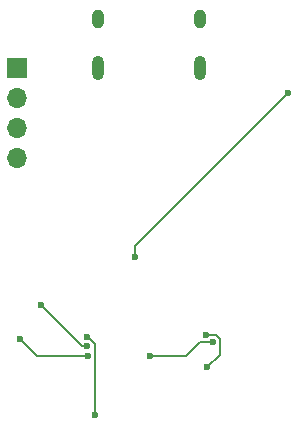
<source format=gbr>
%TF.GenerationSoftware,KiCad,Pcbnew,8.0.6*%
%TF.CreationDate,2025-05-14T20:02:39-04:00*%
%TF.ProjectId,touch_volume_controller,746f7563-685f-4766-9f6c-756d655f636f,rev?*%
%TF.SameCoordinates,Original*%
%TF.FileFunction,Copper,L2,Bot*%
%TF.FilePolarity,Positive*%
%FSLAX46Y46*%
G04 Gerber Fmt 4.6, Leading zero omitted, Abs format (unit mm)*
G04 Created by KiCad (PCBNEW 8.0.6) date 2025-05-14 20:02:39*
%MOMM*%
%LPD*%
G01*
G04 APERTURE LIST*
%TA.AperFunction,ComponentPad*%
%ADD10O,1.000000X2.100000*%
%TD*%
%TA.AperFunction,ComponentPad*%
%ADD11O,1.000000X1.600000*%
%TD*%
%TA.AperFunction,ComponentPad*%
%ADD12R,1.700000X1.700000*%
%TD*%
%TA.AperFunction,ComponentPad*%
%ADD13O,1.700000X1.700000*%
%TD*%
%TA.AperFunction,ViaPad*%
%ADD14C,0.600000*%
%TD*%
%TA.AperFunction,Conductor*%
%ADD15C,0.200000*%
%TD*%
G04 APERTURE END LIST*
D10*
%TO.P,J1,S1,SHIELD*%
%TO.N,GND*%
X46433200Y-56571600D03*
D11*
X46433200Y-52391600D03*
D10*
X37793200Y-56571600D03*
D11*
X37793200Y-52391600D03*
%TD*%
D12*
%TO.P,J2,1,Pin_1*%
%TO.N,GND*%
X30962200Y-56525000D03*
D13*
%TO.P,J2,2,Pin_2*%
%TO.N,/+3.3V*%
X30962200Y-59065000D03*
%TO.P,J2,3,Pin_3*%
%TO.N,Net-(J2-Pin_3)*%
X30962200Y-61605000D03*
%TO.P,J2,4,Pin_4*%
%TO.N,Net-(J2-Pin_4)*%
X30962200Y-64145000D03*
%TD*%
D14*
%TO.N,GND*%
X53898800Y-58623200D03*
X40919400Y-72542400D03*
X47509465Y-79719135D03*
X42173600Y-80932900D03*
%TO.N,/+3.3V*%
X46948600Y-79119135D03*
X47066200Y-81889600D03*
%TO.N,/PWM_OUT*%
X37572835Y-85934435D03*
X36871450Y-79286952D03*
%TO.N,/SDA*%
X36906200Y-80086200D03*
X32943800Y-76581000D03*
%TO.N,/SCL*%
X36931600Y-80899000D03*
X31228087Y-79488087D03*
%TD*%
D15*
%TO.N,GND*%
X47509465Y-79719135D02*
X46442475Y-79719135D01*
X46442475Y-79719135D02*
X45228710Y-80932900D01*
X40919400Y-71602600D02*
X40919400Y-72542400D01*
X53898800Y-58623200D02*
X40919400Y-71602600D01*
X45228710Y-80932900D02*
X42173600Y-80932900D01*
%TO.N,/+3.3V*%
X46948600Y-79119135D02*
X47757994Y-79119135D01*
X48109465Y-79470606D02*
X48109465Y-80846335D01*
X48109465Y-80846335D02*
X47066200Y-81889600D01*
X47757994Y-79119135D02*
X48109465Y-79470606D01*
%TO.N,/PWM_OUT*%
X37572835Y-85934435D02*
X37572835Y-79904306D01*
X36955481Y-79286952D02*
X36871450Y-79286952D01*
X37572835Y-79904306D02*
X36955481Y-79286952D01*
%TO.N,/SDA*%
X32943800Y-76581000D02*
X36449000Y-80086200D01*
X36449000Y-80086200D02*
X36906200Y-80086200D01*
%TO.N,/SCL*%
X32639000Y-80899000D02*
X36931600Y-80899000D01*
X31228087Y-79488087D02*
X32639000Y-80899000D01*
%TD*%
M02*

</source>
